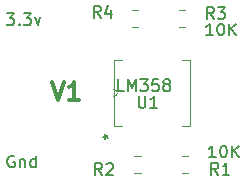
<source format=gbr>
%TF.GenerationSoftware,KiCad,Pcbnew,(5.1.6)-1*%
%TF.CreationDate,2021-11-18T20:06:08-06:00*%
%TF.ProjectId,DriveByWireMrSensor,44726976-6542-4795-9769-72654d725365,rev?*%
%TF.SameCoordinates,Original*%
%TF.FileFunction,Legend,Top*%
%TF.FilePolarity,Positive*%
%FSLAX46Y46*%
G04 Gerber Fmt 4.6, Leading zero omitted, Abs format (unit mm)*
G04 Created by KiCad (PCBNEW (5.1.6)-1) date 2021-11-18 20:06:08*
%MOMM*%
%LPD*%
G01*
G04 APERTURE LIST*
%ADD10C,0.150000*%
%ADD11C,0.300000*%
%ADD12C,0.120000*%
G04 APERTURE END LIST*
D10*
X90301428Y-72562380D02*
X90920476Y-72562380D01*
X90587142Y-72943333D01*
X90730000Y-72943333D01*
X90825238Y-72990952D01*
X90872857Y-73038571D01*
X90920476Y-73133809D01*
X90920476Y-73371904D01*
X90872857Y-73467142D01*
X90825238Y-73514761D01*
X90730000Y-73562380D01*
X90444285Y-73562380D01*
X90349047Y-73514761D01*
X90301428Y-73467142D01*
X91349047Y-73467142D02*
X91396666Y-73514761D01*
X91349047Y-73562380D01*
X91301428Y-73514761D01*
X91349047Y-73467142D01*
X91349047Y-73562380D01*
X91730000Y-72562380D02*
X92349047Y-72562380D01*
X92015714Y-72943333D01*
X92158571Y-72943333D01*
X92253809Y-72990952D01*
X92301428Y-73038571D01*
X92349047Y-73133809D01*
X92349047Y-73371904D01*
X92301428Y-73467142D01*
X92253809Y-73514761D01*
X92158571Y-73562380D01*
X91872857Y-73562380D01*
X91777619Y-73514761D01*
X91730000Y-73467142D01*
X92682380Y-72895714D02*
X92920476Y-73562380D01*
X93158571Y-72895714D01*
X90937142Y-84640000D02*
X90841904Y-84592380D01*
X90699047Y-84592380D01*
X90556190Y-84640000D01*
X90460952Y-84735238D01*
X90413333Y-84830476D01*
X90365714Y-85020952D01*
X90365714Y-85163809D01*
X90413333Y-85354285D01*
X90460952Y-85449523D01*
X90556190Y-85544761D01*
X90699047Y-85592380D01*
X90794285Y-85592380D01*
X90937142Y-85544761D01*
X90984761Y-85497142D01*
X90984761Y-85163809D01*
X90794285Y-85163809D01*
X91413333Y-84925714D02*
X91413333Y-85592380D01*
X91413333Y-85020952D02*
X91460952Y-84973333D01*
X91556190Y-84925714D01*
X91699047Y-84925714D01*
X91794285Y-84973333D01*
X91841904Y-85068571D01*
X91841904Y-85592380D01*
X92746666Y-85592380D02*
X92746666Y-84592380D01*
X92746666Y-85544761D02*
X92651428Y-85592380D01*
X92460952Y-85592380D01*
X92365714Y-85544761D01*
X92318095Y-85497142D01*
X92270476Y-85401904D01*
X92270476Y-85116190D01*
X92318095Y-85020952D01*
X92365714Y-84973333D01*
X92460952Y-84925714D01*
X92651428Y-84925714D01*
X92746666Y-84973333D01*
D11*
X94175714Y-78388571D02*
X94675714Y-79888571D01*
X95175714Y-78388571D01*
X96461428Y-79888571D02*
X95604285Y-79888571D01*
X96032857Y-79888571D02*
X96032857Y-78388571D01*
X95890000Y-78602857D01*
X95747142Y-78745714D01*
X95604285Y-78817142D01*
D12*
%TO.C,U1*%
X100082860Y-76506000D02*
X99348800Y-76506000D01*
X105117140Y-82094000D02*
X105851200Y-82094000D01*
X99348800Y-82094000D02*
X100082860Y-82094000D01*
X99348800Y-76506000D02*
X99348800Y-82094000D01*
X105851200Y-76506000D02*
X105117140Y-76506000D01*
X105851200Y-82094000D02*
X105851200Y-76506000D01*
X99348800Y-78995200D02*
G75*
G02*
X99348800Y-79604800I0J-304800D01*
G01*
%TO.C,R1*%
X105158748Y-86060000D02*
X105681252Y-86060000D01*
X105158748Y-84640000D02*
X105681252Y-84640000D01*
%TO.C,R2*%
X101636252Y-86085000D02*
X101113748Y-86085000D01*
X101636252Y-84665000D02*
X101113748Y-84665000D01*
%TO.C,R3*%
X104848748Y-73690000D02*
X105371252Y-73690000D01*
X104848748Y-72270000D02*
X105371252Y-72270000D01*
%TO.C,R4*%
X101451252Y-73690000D02*
X100928748Y-73690000D01*
X101451252Y-72270000D02*
X100928748Y-72270000D01*
%TO.C,U1*%
D10*
X101458095Y-79552380D02*
X101458095Y-80361904D01*
X101505714Y-80457142D01*
X101553333Y-80504761D01*
X101648571Y-80552380D01*
X101839047Y-80552380D01*
X101934285Y-80504761D01*
X101981904Y-80457142D01*
X102029523Y-80361904D01*
X102029523Y-79552380D01*
X103029523Y-80552380D02*
X102458095Y-80552380D01*
X102743809Y-80552380D02*
X102743809Y-79552380D01*
X102648571Y-79695238D01*
X102553333Y-79790476D01*
X102458095Y-79838095D01*
X100229523Y-79142380D02*
X99753333Y-79142380D01*
X99753333Y-78142380D01*
X100562857Y-79142380D02*
X100562857Y-78142380D01*
X100896190Y-78856666D01*
X101229523Y-78142380D01*
X101229523Y-79142380D01*
X101610476Y-78142380D02*
X102229523Y-78142380D01*
X101896190Y-78523333D01*
X102039047Y-78523333D01*
X102134285Y-78570952D01*
X102181904Y-78618571D01*
X102229523Y-78713809D01*
X102229523Y-78951904D01*
X102181904Y-79047142D01*
X102134285Y-79094761D01*
X102039047Y-79142380D01*
X101753333Y-79142380D01*
X101658095Y-79094761D01*
X101610476Y-79047142D01*
X103134285Y-78142380D02*
X102658095Y-78142380D01*
X102610476Y-78618571D01*
X102658095Y-78570952D01*
X102753333Y-78523333D01*
X102991428Y-78523333D01*
X103086666Y-78570952D01*
X103134285Y-78618571D01*
X103181904Y-78713809D01*
X103181904Y-78951904D01*
X103134285Y-79047142D01*
X103086666Y-79094761D01*
X102991428Y-79142380D01*
X102753333Y-79142380D01*
X102658095Y-79094761D01*
X102610476Y-79047142D01*
X103753333Y-78570952D02*
X103658095Y-78523333D01*
X103610476Y-78475714D01*
X103562857Y-78380476D01*
X103562857Y-78332857D01*
X103610476Y-78237619D01*
X103658095Y-78190000D01*
X103753333Y-78142380D01*
X103943809Y-78142380D01*
X104039047Y-78190000D01*
X104086666Y-78237619D01*
X104134285Y-78332857D01*
X104134285Y-78380476D01*
X104086666Y-78475714D01*
X104039047Y-78523333D01*
X103943809Y-78570952D01*
X103753333Y-78570952D01*
X103658095Y-78618571D01*
X103610476Y-78666190D01*
X103562857Y-78761428D01*
X103562857Y-78951904D01*
X103610476Y-79047142D01*
X103658095Y-79094761D01*
X103753333Y-79142380D01*
X103943809Y-79142380D01*
X104039047Y-79094761D01*
X104086666Y-79047142D01*
X104134285Y-78951904D01*
X104134285Y-78761428D01*
X104086666Y-78666190D01*
X104039047Y-78618571D01*
X103943809Y-78570952D01*
X98445580Y-82983000D02*
X98683676Y-82983000D01*
X98588438Y-83221095D02*
X98683676Y-82983000D01*
X98588438Y-82744904D01*
X98874152Y-83125857D02*
X98683676Y-82983000D01*
X98874152Y-82840142D01*
X98445580Y-82983000D02*
X98683676Y-82983000D01*
X98588438Y-83221095D02*
X98683676Y-82983000D01*
X98588438Y-82744904D01*
X98874152Y-83125857D02*
X98683676Y-82983000D01*
X98874152Y-82840142D01*
%TO.C,R1*%
X108203333Y-86202380D02*
X107870000Y-85726190D01*
X107631904Y-86202380D02*
X107631904Y-85202380D01*
X108012857Y-85202380D01*
X108108095Y-85250000D01*
X108155714Y-85297619D01*
X108203333Y-85392857D01*
X108203333Y-85535714D01*
X108155714Y-85630952D01*
X108108095Y-85678571D01*
X108012857Y-85726190D01*
X107631904Y-85726190D01*
X109155714Y-86202380D02*
X108584285Y-86202380D01*
X108870000Y-86202380D02*
X108870000Y-85202380D01*
X108774761Y-85345238D01*
X108679523Y-85440476D01*
X108584285Y-85488095D01*
X107979523Y-84752380D02*
X107408095Y-84752380D01*
X107693809Y-84752380D02*
X107693809Y-83752380D01*
X107598571Y-83895238D01*
X107503333Y-83990476D01*
X107408095Y-84038095D01*
X108598571Y-83752380D02*
X108693809Y-83752380D01*
X108789047Y-83800000D01*
X108836666Y-83847619D01*
X108884285Y-83942857D01*
X108931904Y-84133333D01*
X108931904Y-84371428D01*
X108884285Y-84561904D01*
X108836666Y-84657142D01*
X108789047Y-84704761D01*
X108693809Y-84752380D01*
X108598571Y-84752380D01*
X108503333Y-84704761D01*
X108455714Y-84657142D01*
X108408095Y-84561904D01*
X108360476Y-84371428D01*
X108360476Y-84133333D01*
X108408095Y-83942857D01*
X108455714Y-83847619D01*
X108503333Y-83800000D01*
X108598571Y-83752380D01*
X109360476Y-84752380D02*
X109360476Y-83752380D01*
X109931904Y-84752380D02*
X109503333Y-84180952D01*
X109931904Y-83752380D02*
X109360476Y-84323809D01*
%TO.C,R2*%
X98358333Y-86227380D02*
X98025000Y-85751190D01*
X97786904Y-86227380D02*
X97786904Y-85227380D01*
X98167857Y-85227380D01*
X98263095Y-85275000D01*
X98310714Y-85322619D01*
X98358333Y-85417857D01*
X98358333Y-85560714D01*
X98310714Y-85655952D01*
X98263095Y-85703571D01*
X98167857Y-85751190D01*
X97786904Y-85751190D01*
X98739285Y-85322619D02*
X98786904Y-85275000D01*
X98882142Y-85227380D01*
X99120238Y-85227380D01*
X99215476Y-85275000D01*
X99263095Y-85322619D01*
X99310714Y-85417857D01*
X99310714Y-85513095D01*
X99263095Y-85655952D01*
X98691666Y-86227380D01*
X99310714Y-86227380D01*
%TO.C,R3*%
X107833333Y-73022380D02*
X107500000Y-72546190D01*
X107261904Y-73022380D02*
X107261904Y-72022380D01*
X107642857Y-72022380D01*
X107738095Y-72070000D01*
X107785714Y-72117619D01*
X107833333Y-72212857D01*
X107833333Y-72355714D01*
X107785714Y-72450952D01*
X107738095Y-72498571D01*
X107642857Y-72546190D01*
X107261904Y-72546190D01*
X108166666Y-72022380D02*
X108785714Y-72022380D01*
X108452380Y-72403333D01*
X108595238Y-72403333D01*
X108690476Y-72450952D01*
X108738095Y-72498571D01*
X108785714Y-72593809D01*
X108785714Y-72831904D01*
X108738095Y-72927142D01*
X108690476Y-72974761D01*
X108595238Y-73022380D01*
X108309523Y-73022380D01*
X108214285Y-72974761D01*
X108166666Y-72927142D01*
X107759523Y-74422380D02*
X107188095Y-74422380D01*
X107473809Y-74422380D02*
X107473809Y-73422380D01*
X107378571Y-73565238D01*
X107283333Y-73660476D01*
X107188095Y-73708095D01*
X108378571Y-73422380D02*
X108473809Y-73422380D01*
X108569047Y-73470000D01*
X108616666Y-73517619D01*
X108664285Y-73612857D01*
X108711904Y-73803333D01*
X108711904Y-74041428D01*
X108664285Y-74231904D01*
X108616666Y-74327142D01*
X108569047Y-74374761D01*
X108473809Y-74422380D01*
X108378571Y-74422380D01*
X108283333Y-74374761D01*
X108235714Y-74327142D01*
X108188095Y-74231904D01*
X108140476Y-74041428D01*
X108140476Y-73803333D01*
X108188095Y-73612857D01*
X108235714Y-73517619D01*
X108283333Y-73470000D01*
X108378571Y-73422380D01*
X109140476Y-74422380D02*
X109140476Y-73422380D01*
X109711904Y-74422380D02*
X109283333Y-73850952D01*
X109711904Y-73422380D02*
X109140476Y-73993809D01*
%TO.C,R4*%
X98253333Y-72922380D02*
X97920000Y-72446190D01*
X97681904Y-72922380D02*
X97681904Y-71922380D01*
X98062857Y-71922380D01*
X98158095Y-71970000D01*
X98205714Y-72017619D01*
X98253333Y-72112857D01*
X98253333Y-72255714D01*
X98205714Y-72350952D01*
X98158095Y-72398571D01*
X98062857Y-72446190D01*
X97681904Y-72446190D01*
X99110476Y-72255714D02*
X99110476Y-72922380D01*
X98872380Y-71874761D02*
X98634285Y-72589047D01*
X99253333Y-72589047D01*
%TD*%
M02*

</source>
